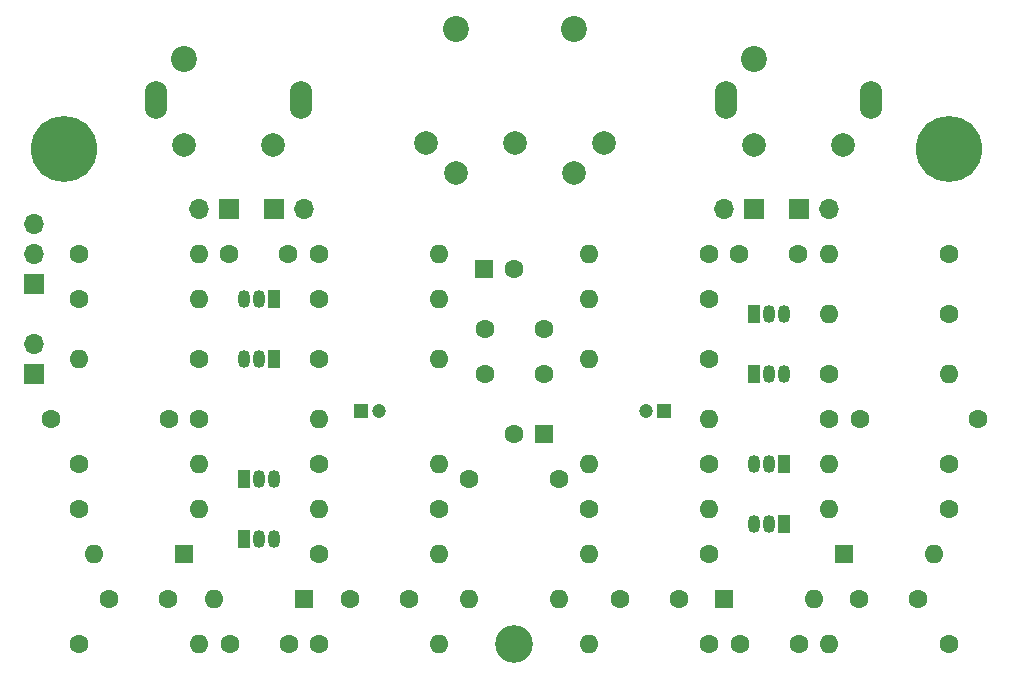
<source format=gbs>
G04 #@! TF.GenerationSoftware,KiCad,Pcbnew,8.0.9*
G04 #@! TF.CreationDate,2025-03-02T14:07:43+01:00*
G04 #@! TF.ProjectId,cjss103,636a7373-3130-4332-9e6b-696361645f70,rev?*
G04 #@! TF.SameCoordinates,Original*
G04 #@! TF.FileFunction,Soldermask,Bot*
G04 #@! TF.FilePolarity,Negative*
%FSLAX46Y46*%
G04 Gerber Fmt 4.6, Leading zero omitted, Abs format (unit mm)*
G04 Created by KiCad (PCBNEW 8.0.9) date 2025-03-02 14:07:43*
%MOMM*%
%LPD*%
G01*
G04 APERTURE LIST*
%ADD10R,1.600000X1.600000*%
%ADD11O,1.600000X1.600000*%
%ADD12C,1.600000*%
%ADD13R,1.050000X1.500000*%
%ADD14O,1.050000X1.500000*%
%ADD15R,1.700000X1.700000*%
%ADD16O,1.700000X1.700000*%
%ADD17C,5.600000*%
%ADD18C,2.200000*%
%ADD19C,2.000000*%
%ADD20O,1.900000X3.200000*%
%ADD21R,1.200000X1.200000*%
%ADD22C,1.200000*%
%ADD23C,3.200000*%
G04 APERTURE END LIST*
D10*
X109220000Y-69850000D03*
D11*
X101600000Y-69850000D03*
D12*
X107950000Y-58420000D03*
X97950000Y-58420000D03*
X161250000Y-77470000D03*
X156250000Y-77470000D03*
X173990000Y-77470000D03*
D11*
X163830000Y-77470000D03*
D12*
X153670000Y-77470000D03*
D11*
X143510000Y-77470000D03*
D10*
X165100000Y-69850000D03*
D11*
X172720000Y-69850000D03*
D12*
X143510000Y-66040000D03*
D11*
X153670000Y-66040000D03*
D13*
X160020000Y-67310000D03*
D14*
X158750000Y-67310000D03*
X157480000Y-67310000D03*
D15*
X161290000Y-40640000D03*
D16*
X163830000Y-40640000D03*
D12*
X166450000Y-58420000D03*
X176450000Y-58420000D03*
X173990000Y-66040000D03*
D11*
X163830000Y-66040000D03*
D12*
X102870000Y-73660000D03*
X107870000Y-73660000D03*
X163830000Y-58420000D03*
D11*
X153670000Y-58420000D03*
D10*
X139660000Y-59690000D03*
D12*
X137160000Y-59690000D03*
X173990000Y-62230000D03*
D11*
X163830000Y-62230000D03*
D17*
X99060000Y-35560000D03*
D12*
X100330000Y-77470000D03*
D11*
X110490000Y-77470000D03*
D12*
X110490000Y-53340000D03*
D11*
X100330000Y-53340000D03*
D13*
X157480000Y-54610000D03*
D14*
X158750000Y-54610000D03*
X160020000Y-54610000D03*
D15*
X157480000Y-40640000D03*
D16*
X154940000Y-40640000D03*
D12*
X100330000Y-66040000D03*
D11*
X110490000Y-66040000D03*
D12*
X113030000Y-44450000D03*
X118030000Y-44450000D03*
X153670000Y-53340000D03*
D11*
X143510000Y-53340000D03*
D18*
X132240000Y-25400000D03*
X142240000Y-25400000D03*
D19*
X129740000Y-35100000D03*
X137240000Y-35100000D03*
X144740000Y-35100000D03*
X132240000Y-37600000D03*
X142240000Y-37600000D03*
D12*
X153670000Y-62230000D03*
D11*
X143510000Y-62230000D03*
D12*
X146130000Y-73660000D03*
X151130000Y-73660000D03*
X120650000Y-69850000D03*
D11*
X130810000Y-69850000D03*
D12*
X153670000Y-48260000D03*
D11*
X143510000Y-48260000D03*
D12*
X173990000Y-44450000D03*
D11*
X163830000Y-44450000D03*
D12*
X171370000Y-73660000D03*
X166370000Y-73660000D03*
X100330000Y-62230000D03*
D11*
X110490000Y-62230000D03*
D12*
X120650000Y-44450000D03*
D11*
X130810000Y-44450000D03*
D12*
X139660000Y-50800000D03*
X134660000Y-50800000D03*
D10*
X119380000Y-73660000D03*
D11*
X111760000Y-73660000D03*
D15*
X96520000Y-54610000D03*
D16*
X96520000Y-52070000D03*
D12*
X173990000Y-49530000D03*
D11*
X163830000Y-49530000D03*
D13*
X116840000Y-48260000D03*
D14*
X115570000Y-48260000D03*
X114300000Y-48260000D03*
D12*
X120650000Y-48260000D03*
D11*
X130810000Y-48260000D03*
D12*
X120650000Y-53340000D03*
D11*
X130810000Y-53340000D03*
D13*
X160020000Y-62230000D03*
D14*
X158750000Y-62230000D03*
X157480000Y-62230000D03*
D13*
X114300000Y-63500000D03*
D14*
X115570000Y-63500000D03*
X116840000Y-63500000D03*
D10*
X134620000Y-45720000D03*
D12*
X137120000Y-45720000D03*
X120650000Y-77470000D03*
D11*
X130810000Y-77470000D03*
D15*
X116840000Y-40640000D03*
D16*
X119380000Y-40640000D03*
D12*
X133350000Y-63500000D03*
D11*
X133350000Y-73660000D03*
D12*
X113070000Y-77470000D03*
X118070000Y-77470000D03*
X130810000Y-66040000D03*
D11*
X120650000Y-66040000D03*
D10*
X154940000Y-73660000D03*
D11*
X162560000Y-73660000D03*
D12*
X100330000Y-44450000D03*
D11*
X110490000Y-44450000D03*
D12*
X163830000Y-54610000D03*
D11*
X173990000Y-54610000D03*
D12*
X134660000Y-54610000D03*
X139660000Y-54610000D03*
D20*
X119120000Y-31440000D03*
X106820000Y-31440000D03*
D19*
X109220000Y-35190000D03*
X116720000Y-35190000D03*
D18*
X109220000Y-27940000D03*
D13*
X116840000Y-53340000D03*
D14*
X115570000Y-53340000D03*
X114300000Y-53340000D03*
D12*
X100330000Y-48260000D03*
D11*
X110490000Y-48260000D03*
D12*
X161210000Y-44450000D03*
X156210000Y-44450000D03*
D21*
X149860000Y-57785000D03*
D22*
X148360000Y-57785000D03*
D15*
X113030000Y-40640000D03*
D16*
X110490000Y-40640000D03*
D21*
X124230000Y-57785000D03*
D22*
X125730000Y-57785000D03*
D15*
X96520000Y-46990000D03*
D16*
X96520000Y-44450000D03*
X96520000Y-41910000D03*
D13*
X114300000Y-68580000D03*
D14*
X115570000Y-68580000D03*
X116840000Y-68580000D03*
D12*
X153670000Y-69850000D03*
D11*
X143510000Y-69850000D03*
D17*
X173990000Y-35560000D03*
D12*
X110490000Y-58420000D03*
D11*
X120650000Y-58420000D03*
D12*
X140970000Y-63500000D03*
D11*
X140970000Y-73660000D03*
D12*
X128270000Y-73660000D03*
X123270000Y-73660000D03*
X120650000Y-62230000D03*
D11*
X130810000Y-62230000D03*
D23*
X137160000Y-77470000D03*
D13*
X157480000Y-49530000D03*
D14*
X158750000Y-49530000D03*
X160020000Y-49530000D03*
D20*
X167380000Y-31440000D03*
X155080000Y-31440000D03*
D19*
X157480000Y-35190000D03*
X164980000Y-35190000D03*
D18*
X157480000Y-27940000D03*
D12*
X153670000Y-44450000D03*
D11*
X143510000Y-44450000D03*
M02*

</source>
